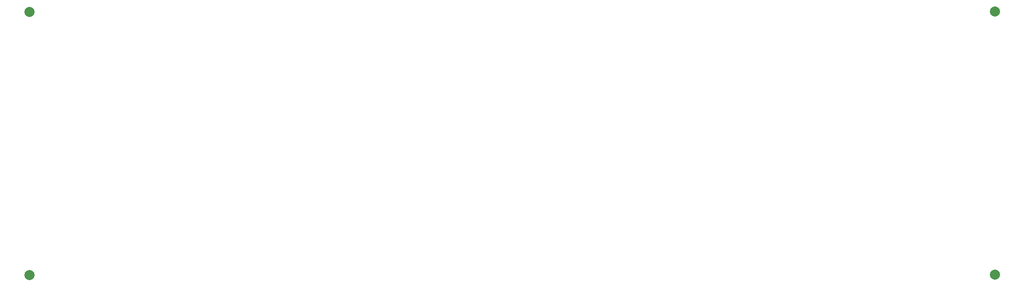
<source format=gbp>
G04 Layer_Color=128*
%FSLAX24Y24*%
%MOIN*%
G70*
G01*
G75*
G04:AMPARAMS|DCode=11|XSize=78.7mil|YSize=78.7mil|CornerRadius=39.4mil|HoleSize=0mil|Usage=FLASHONLY|Rotation=90.000|XOffset=0mil|YOffset=0mil|HoleType=Round|Shape=RoundedRectangle|*
%AMROUNDEDRECTD11*
21,1,0.0787,0.0000,0,0,90.0*
21,1,0.0000,0.0787,0,0,90.0*
1,1,0.0787,0.0000,0.0000*
1,1,0.0787,0.0000,0.0000*
1,1,0.0787,0.0000,0.0000*
1,1,0.0787,0.0000,0.0000*
%
%ADD11ROUNDEDRECTD11*%
D11*
X79078Y21878D02*
D03*
X3789Y21848D02*
D03*
Y1289D02*
D03*
X79078Y1319D02*
D03*
M02*

</source>
